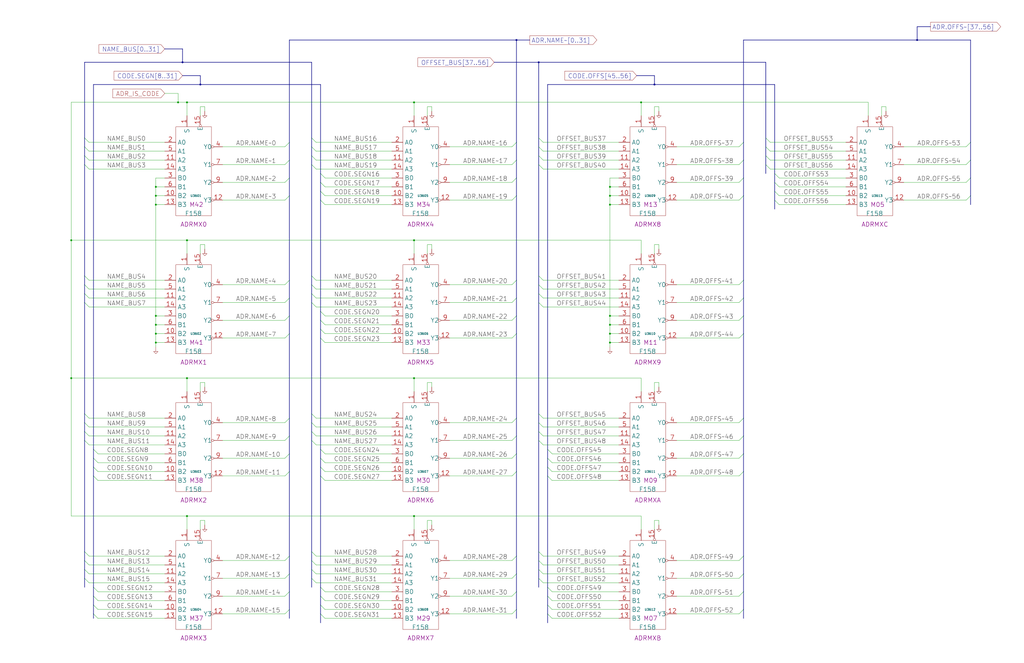
<source format=kicad_sch>
(kicad_sch (version 20250114) (generator "eeschema") (generator_version "9.0")
  (paper "User" 584.2 378.46)
  (title_block (title "MEMORY ADDRESS MUX") (date "22-MAY-90") (rev "1.0") (comment 1 "SEQUENCER") (comment 2 "232-003064") (comment 3 "S400") (comment 4 "RELEASED"))
  (lib_symbols
    (symbol "r1000:F158" (pin_names (offset 1.016))
      (property "Reference" "U" (at 2.54 5.08 0))
      (property "Value" "F158" (at -3.81 -5.08 0))
      (property "Location" "___" (at -1.27 0 0))
      (property "Name" "______" (at 1.27 -12.7 0))
      (symbol "F158_1_1"
        (rectangle (start -8.89 44.45) (end 11.43 -6.35))
        (circle (center 5.08 45.085) (radius 0.635))
        (circle (center 12.065 33.02) (radius 0.635))
        (circle (center 12.065 22.86) (radius 0.635))
        (circle (center 12.065 12.7) (radius 0.635))
        (circle (center 12.065 2.54) (radius 0.635))
        (pin input line (at -15.24 35.56 0) (length 6.35) (name "A0") (number "2"))
        (pin input line (at -15.24 30.48 0) (length 6.35) (name "A1") (number "5"))
        (pin input line (at -15.24 25.4 0) (length 6.35) (name "A2") (number "11"))
        (pin input line (at -15.24 20.32 0) (length 6.35) (name "A3") (number "14"))
        (pin input line (at -15.24 15.24 0) (length 6.35) (name "B0") (number "3"))
        (pin input line (at -15.24 10.16 0) (length 6.35) (name "B1") (number "6"))
        (pin input line (at -15.24 5.08 0) (length 6.35) (name "B2") (number "10"))
        (pin input line (at -15.24 0 0) (length 6.35) (name "B3") (number "13"))
        (pin input line (at -2.54 50.8 270) (length 6.35) (name "S") (number "1"))
        (pin input line (at 5.08 50.8 270) (length 5.08) (name "E") (number "15"))
        (pin output line (at 17.78 33.02 180) (length 5.08) (name "Y0") (number "4"))
        (pin output line (at 17.78 22.86 180) (length 5.08) (name "Y1") (number "7"))
        (pin output line (at 17.78 12.7 180) (length 5.08) (name "Y2") (number "9"))
        (pin output line (at 17.78 2.54 180) (length 5.08) (name "Y3") (number "12"))
      )
    )
    (symbol "r1000:PD" (power) (pin_numbers (hide yes)) (pin_names (hide yes)) (in_bom no)
      (symbol "PD_0_1"
        (polyline (pts (xy 0 -2.54) (xy 1.27 -2.54) (xy 0 -3.81) (xy -1.27 -2.54) (xy 0 -2.54)) (stroke (width 0.1524)))
      )
      (symbol "PD_1_1"
        (pin power_in line (at 0 0 270) (length 2.54) (name "PD") (number "1"))
      )
    )
  )
  (junction (at 106.68 137.16))
  (junction (at 307.34 35.56))
  (junction (at 88.9 180.34))
  (junction (at 88.9 111.76))
  (junction (at 106.68 58.42))
  (junction (at 104.14 35.56))
  (junction (at 114.3 48.26))
  (junction (at 88.9 116.84))
  (junction (at 236.22 294.64))
  (junction (at 347.98 195.58))
  (junction (at 365.76 58.42))
  (junction (at 347.98 190.5))
  (junction (at 88.9 185.42))
  (junction (at 347.98 111.76))
  (junction (at 347.98 116.84))
  (junction (at 88.9 195.58))
  (junction (at 523.24 22.86))
  (junction (at 236.22 215.9))
  (junction (at 347.98 180.34))
  (junction (at 106.68 215.9))
  (junction (at 294.64 22.86))
  (junction (at 236.22 137.16))
  (junction (at 373.38 48.26))
  (junction (at 88.9 190.5))
  (junction (at 347.98 185.42))
  (junction (at 101.6 58.42))
  (junction (at 106.68 294.64))
  (junction (at 347.98 106.68))
  (junction (at 40.64 215.9))
  (junction (at 236.22 58.42))
  (junction (at 88.9 106.68))
  (junction (at 40.64 137.16))
  (bus_entry (at 182.88 193.04) (size 2.54 2.54))
  (bus_entry (at 165.1 111.76) (size -2.54 2.54))
  (bus_entry (at 177.8 314.96) (size 2.54 2.54))
  (bus_entry (at 307.34 167.64) (size 2.54 2.54))
  (bus_entry (at 307.34 236.22) (size 2.54 2.54))
  (bus_entry (at 177.8 83.82) (size 2.54 2.54))
  (bus_entry (at 182.88 99.06) (size 2.54 2.54))
  (bus_entry (at 312.42 261.62) (size 2.54 2.54))
  (bus_entry (at 307.34 78.74) (size 2.54 2.54))
  (bus_entry (at 436.88 78.74) (size 2.54 2.54))
  (bus_entry (at 182.88 266.7) (size 2.54 2.54))
  (bus_entry (at 294.64 248.92) (size -2.54 2.54))
  (bus_entry (at 312.42 256.54) (size 2.54 2.54))
  (bus_entry (at 553.72 81.28) (size -2.54 2.54))
  (bus_entry (at 177.8 251.46) (size 2.54 2.54))
  (bus_entry (at 424.18 170.18) (size -2.54 2.54))
  (bus_entry (at 165.1 248.92) (size -2.54 2.54))
  (bus_entry (at 48.26 162.56) (size 2.54 2.54))
  (bus_entry (at 424.18 259.08) (size -2.54 2.54))
  (bus_entry (at 177.8 320.04) (size 2.54 2.54))
  (bus_entry (at 294.64 238.76) (size -2.54 2.54))
  (bus_entry (at 182.88 335.28) (size 2.54 2.54))
  (bus_entry (at 165.1 81.28) (size -2.54 2.54))
  (bus_entry (at 53.34 261.62) (size 2.54 2.54))
  (bus_entry (at 177.8 325.12) (size 2.54 2.54))
  (bus_entry (at 307.34 320.04) (size 2.54 2.54))
  (bus_entry (at 48.26 93.98) (size 2.54 2.54))
  (bus_entry (at 48.26 167.64) (size 2.54 2.54))
  (bus_entry (at 307.34 330.2) (size 2.54 2.54))
  (bus_entry (at 48.26 236.22) (size 2.54 2.54))
  (bus_entry (at 307.34 314.96) (size 2.54 2.54))
  (bus_entry (at 177.8 93.98) (size 2.54 2.54))
  (bus_entry (at 294.64 101.6) (size -2.54 2.54))
  (bus_entry (at 53.34 266.7) (size 2.54 2.54))
  (bus_entry (at 312.42 271.78) (size 2.54 2.54))
  (bus_entry (at 182.88 187.96) (size 2.54 2.54))
  (bus_entry (at 307.34 162.56) (size 2.54 2.54))
  (bus_entry (at 182.88 340.36) (size 2.54 2.54))
  (bus_entry (at 177.8 157.48) (size 2.54 2.54))
  (bus_entry (at 182.88 271.78) (size 2.54 2.54))
  (bus_entry (at 424.18 317.5) (size -2.54 2.54))
  (bus_entry (at 165.1 337.82) (size -2.54 2.54))
  (bus_entry (at 307.34 83.82) (size 2.54 2.54))
  (bus_entry (at 294.64 91.44) (size -2.54 2.54))
  (bus_entry (at 424.18 91.44) (size -2.54 2.54))
  (bus_entry (at 182.88 114.3) (size 2.54 2.54))
  (bus_entry (at 424.18 248.92) (size -2.54 2.54))
  (bus_entry (at 294.64 337.82) (size -2.54 2.54))
  (bus_entry (at 177.8 246.38) (size 2.54 2.54))
  (bus_entry (at 312.42 266.7) (size 2.54 2.54))
  (bus_entry (at 177.8 78.74) (size 2.54 2.54))
  (bus_entry (at 165.1 347.98) (size -2.54 2.54))
  (bus_entry (at 182.88 104.14) (size 2.54 2.54))
  (bus_entry (at 48.26 83.82) (size 2.54 2.54))
  (bus_entry (at 53.34 271.78) (size 2.54 2.54))
  (bus_entry (at 307.34 325.12) (size 2.54 2.54))
  (bus_entry (at 424.18 180.34) (size -2.54 2.54))
  (bus_entry (at 294.64 259.08) (size -2.54 2.54))
  (bus_entry (at 165.1 269.24) (size -2.54 2.54))
  (bus_entry (at 48.26 241.3) (size 2.54 2.54))
  (bus_entry (at 53.34 350.52) (size 2.54 2.54))
  (bus_entry (at 48.26 320.04) (size 2.54 2.54))
  (bus_entry (at 424.18 347.98) (size -2.54 2.54))
  (bus_entry (at 177.8 172.72) (size 2.54 2.54))
  (bus_entry (at 294.64 317.5) (size -2.54 2.54))
  (bus_entry (at 424.18 111.76) (size -2.54 2.54))
  (bus_entry (at 165.1 190.5) (size -2.54 2.54))
  (bus_entry (at 165.1 238.76) (size -2.54 2.54))
  (bus_entry (at 307.34 88.9) (size 2.54 2.54))
  (bus_entry (at 53.34 335.28) (size 2.54 2.54))
  (bus_entry (at 182.88 256.54) (size 2.54 2.54))
  (bus_entry (at 307.34 157.48) (size 2.54 2.54))
  (bus_entry (at 441.96 104.14) (size 2.54 2.54))
  (bus_entry (at 177.8 88.9) (size 2.54 2.54))
  (bus_entry (at 436.88 88.9) (size 2.54 2.54))
  (bus_entry (at 441.96 99.06) (size 2.54 2.54))
  (bus_entry (at 441.96 114.3) (size 2.54 2.54))
  (bus_entry (at 294.64 190.5) (size -2.54 2.54))
  (bus_entry (at 294.64 160.02) (size -2.54 2.54))
  (bus_entry (at 165.1 160.02) (size -2.54 2.54))
  (bus_entry (at 48.26 325.12) (size 2.54 2.54))
  (bus_entry (at 182.88 345.44) (size 2.54 2.54))
  (bus_entry (at 165.1 101.6) (size -2.54 2.54))
  (bus_entry (at 424.18 190.5) (size -2.54 2.54))
  (bus_entry (at 307.34 251.46) (size 2.54 2.54))
  (bus_entry (at 312.42 335.28) (size 2.54 2.54))
  (bus_entry (at 48.26 251.46) (size 2.54 2.54))
  (bus_entry (at 165.1 91.44) (size -2.54 2.54))
  (bus_entry (at 294.64 170.18) (size -2.54 2.54))
  (bus_entry (at 53.34 256.54) (size 2.54 2.54))
  (bus_entry (at 553.72 91.44) (size -2.54 2.54))
  (bus_entry (at 165.1 180.34) (size -2.54 2.54))
  (bus_entry (at 53.34 340.36) (size 2.54 2.54))
  (bus_entry (at 312.42 345.44) (size 2.54 2.54))
  (bus_entry (at 294.64 327.66) (size -2.54 2.54))
  (bus_entry (at 48.26 172.72) (size 2.54 2.54))
  (bus_entry (at 307.34 246.38) (size 2.54 2.54))
  (bus_entry (at 436.88 83.82) (size 2.54 2.54))
  (bus_entry (at 48.26 88.9) (size 2.54 2.54))
  (bus_entry (at 553.72 111.76) (size -2.54 2.54))
  (bus_entry (at 424.18 238.76) (size -2.54 2.54))
  (bus_entry (at 48.26 78.74) (size 2.54 2.54))
  (bus_entry (at 182.88 350.52) (size 2.54 2.54))
  (bus_entry (at 48.26 314.96) (size 2.54 2.54))
  (bus_entry (at 165.1 317.5) (size -2.54 2.54))
  (bus_entry (at 165.1 327.66) (size -2.54 2.54))
  (bus_entry (at 177.8 167.64) (size 2.54 2.54))
  (bus_entry (at 424.18 269.24) (size -2.54 2.54))
  (bus_entry (at 182.88 261.62) (size 2.54 2.54))
  (bus_entry (at 424.18 101.6) (size -2.54 2.54))
  (bus_entry (at 165.1 259.08) (size -2.54 2.54))
  (bus_entry (at 307.34 241.3) (size 2.54 2.54))
  (bus_entry (at 294.64 81.28) (size -2.54 2.54))
  (bus_entry (at 177.8 236.22) (size 2.54 2.54))
  (bus_entry (at 424.18 160.02) (size -2.54 2.54))
  (bus_entry (at 165.1 170.18) (size -2.54 2.54))
  (bus_entry (at 424.18 81.28) (size -2.54 2.54))
  (bus_entry (at 294.64 347.98) (size -2.54 2.54))
  (bus_entry (at 312.42 350.52) (size 2.54 2.54))
  (bus_entry (at 441.96 109.22) (size 2.54 2.54))
  (bus_entry (at 307.34 172.72) (size 2.54 2.54))
  (bus_entry (at 48.26 246.38) (size 2.54 2.54))
  (bus_entry (at 48.26 157.48) (size 2.54 2.54))
  (bus_entry (at 182.88 109.22) (size 2.54 2.54))
  (bus_entry (at 424.18 327.66) (size -2.54 2.54))
  (bus_entry (at 48.26 330.2) (size 2.54 2.54))
  (bus_entry (at 177.8 162.56) (size 2.54 2.54))
  (bus_entry (at 294.64 111.76) (size -2.54 2.54))
  (bus_entry (at 177.8 330.2) (size 2.54 2.54))
  (bus_entry (at 294.64 180.34) (size -2.54 2.54))
  (bus_entry (at 182.88 177.8) (size 2.54 2.54))
  (bus_entry (at 312.42 340.36) (size 2.54 2.54))
  (bus_entry (at 553.72 101.6) (size -2.54 2.54))
  (bus_entry (at 424.18 337.82) (size -2.54 2.54))
  (bus_entry (at 436.88 93.98) (size 2.54 2.54))
  (bus_entry (at 177.8 241.3) (size 2.54 2.54))
  (bus_entry (at 307.34 93.98) (size 2.54 2.54))
  (bus_entry (at 182.88 182.88) (size 2.54 2.54))
  (bus_entry (at 53.34 345.44) (size 2.54 2.54))
  (bus_entry (at 294.64 269.24) (size -2.54 2.54))
  (wire (pts (xy 256.54 83.82) (xy 292.1 83.82)))
  (wire (pts (xy 495.3 58.42) (xy 495.3 66.04)))
  (wire (pts (xy 347.98 185.42) (xy 353.06 185.42)))
  (wire (pts (xy 185.42 180.34) (xy 223.52 180.34)))
  (wire (pts (xy 243.84 223.52) (xy 243.84 218.44)))
  (wire (pts (xy 236.22 215.9) (xy 236.22 223.52)))
  (wire (pts (xy 347.98 180.34) (xy 353.06 180.34)))
  (wire (pts (xy 439.42 91.44) (xy 482.6 91.44)))
  (wire (pts (xy 185.42 195.58) (xy 223.52 195.58)))
  (wire (pts (xy 55.88 342.9) (xy 93.98 342.9)))
  (bus (pts (xy 48.26 35.56) (xy 48.26 78.74)))
  (bus (pts (xy 177.8 241.3) (xy 177.8 246.38)))
  (wire (pts (xy 88.9 195.58) (xy 93.98 195.58)))
  (wire (pts (xy 365.76 215.9) (xy 365.76 223.52)))
  (wire (pts (xy 365.76 294.64) (xy 365.76 302.26)))
  (bus (pts (xy 165.1 337.82) (xy 165.1 347.98)))
  (wire (pts (xy 50.8 175.26) (xy 93.98 175.26)))
  (wire (pts (xy 256.54 330.2) (xy 292.1 330.2)))
  (bus (pts (xy 436.88 35.56) (xy 436.88 78.74)))
  (bus (pts (xy 312.42 48.26) (xy 312.42 256.54)))
  (bus (pts (xy 165.1 248.92) (xy 165.1 259.08)))
  (bus (pts (xy 424.18 347.98) (xy 424.18 353.06)))
  (wire (pts (xy 347.98 116.84) (xy 347.98 180.34)))
  (wire (pts (xy 180.34 332.74) (xy 223.52 332.74)))
  (wire (pts (xy 185.42 106.68) (xy 223.52 106.68)))
  (wire (pts (xy 386.08 172.72) (xy 421.64 172.72)))
  (bus (pts (xy 312.42 256.54) (xy 312.42 261.62)))
  (wire (pts (xy 88.9 111.76) (xy 93.98 111.76)))
  (wire (pts (xy 180.34 96.52) (xy 223.52 96.52)))
  (wire (pts (xy 236.22 294.64) (xy 365.76 294.64)))
  (wire (pts (xy 386.08 182.88) (xy 421.64 182.88)))
  (wire (pts (xy 314.96 337.82) (xy 353.06 337.82)))
  (bus (pts (xy 424.18 327.66) (xy 424.18 337.82)))
  (wire (pts (xy 386.08 162.56) (xy 421.64 162.56)))
  (wire (pts (xy 347.98 111.76) (xy 347.98 116.84)))
  (wire (pts (xy 88.9 106.68) (xy 93.98 106.68)))
  (bus (pts (xy 177.8 325.12) (xy 177.8 330.2)))
  (wire (pts (xy 243.84 66.04) (xy 243.84 60.96)))
  (bus (pts (xy 294.64 160.02) (xy 294.64 170.18)))
  (wire (pts (xy 236.22 294.64) (xy 236.22 302.26)))
  (wire (pts (xy 185.42 185.42) (xy 223.52 185.42)))
  (wire (pts (xy 256.54 162.56) (xy 292.1 162.56)))
  (bus (pts (xy 553.72 22.86) (xy 553.72 81.28)))
  (wire (pts (xy 127 83.82) (xy 162.56 83.82)))
  (wire (pts (xy 50.8 243.84) (xy 93.98 243.84)))
  (bus (pts (xy 53.34 340.36) (xy 53.34 345.44)))
  (wire (pts (xy 40.64 137.16) (xy 40.64 58.42)))
  (wire (pts (xy 55.88 259.08) (xy 93.98 259.08)))
  (bus (pts (xy 177.8 157.48) (xy 177.8 162.56)))
  (bus (pts (xy 307.34 325.12) (xy 307.34 330.2)))
  (bus (pts (xy 307.34 93.98) (xy 307.34 157.48)))
  (wire (pts (xy 106.68 302.26) (xy 106.68 294.64)))
  (wire (pts (xy 439.42 81.28) (xy 482.6 81.28)))
  (wire (pts (xy 309.88 96.52) (xy 353.06 96.52)))
  (bus (pts (xy 182.88 104.14) (xy 182.88 109.22)))
  (bus (pts (xy 182.88 114.3) (xy 182.88 177.8)))
  (bus (pts (xy 312.42 261.62) (xy 312.42 266.7)))
  (bus (pts (xy 307.34 246.38) (xy 307.34 251.46)))
  (bus (pts (xy 307.34 157.48) (xy 307.34 162.56)))
  (bus (pts (xy 165.1 170.18) (xy 165.1 180.34)))
  (wire (pts (xy 180.34 254) (xy 223.52 254)))
  (wire (pts (xy 88.9 116.84) (xy 93.98 116.84)))
  (wire (pts (xy 386.08 114.3) (xy 421.64 114.3)))
  (wire (pts (xy 309.88 243.84) (xy 353.06 243.84)))
  (wire (pts (xy 180.34 170.18) (xy 223.52 170.18)))
  (bus (pts (xy 104.14 27.94) (xy 104.14 35.56)))
  (wire (pts (xy 88.9 180.34) (xy 88.9 185.42)))
  (wire (pts (xy 309.88 165.1) (xy 353.06 165.1)))
  (wire (pts (xy 256.54 251.46) (xy 292.1 251.46)))
  (bus (pts (xy 441.96 48.26) (xy 441.96 99.06)))
  (bus (pts (xy 177.8 35.56) (xy 177.8 78.74)))
  (wire (pts (xy 50.8 96.52) (xy 93.98 96.52)))
  (wire (pts (xy 185.42 190.5) (xy 223.52 190.5)))
  (wire (pts (xy 373.38 60.96) (xy 375.92 60.96)))
  (wire (pts (xy 386.08 93.98) (xy 421.64 93.98)))
  (bus (pts (xy 53.34 266.7) (xy 53.34 271.78)))
  (wire (pts (xy 309.88 317.5) (xy 353.06 317.5)))
  (bus (pts (xy 307.34 167.64) (xy 307.34 172.72)))
  (wire (pts (xy 185.42 111.76) (xy 223.52 111.76)))
  (wire (pts (xy 127 340.36) (xy 162.56 340.36)))
  (wire (pts (xy 243.84 302.26) (xy 243.84 297.18)))
  (bus (pts (xy 294.64 317.5) (xy 294.64 327.66)))
  (bus (pts (xy 294.64 259.08) (xy 294.64 269.24)))
  (wire (pts (xy 114.3 66.04) (xy 114.3 60.96)))
  (bus (pts (xy 307.34 88.9) (xy 307.34 93.98)))
  (bus (pts (xy 553.72 111.76) (xy 553.72 116.84)))
  (bus (pts (xy 294.64 180.34) (xy 294.64 190.5)))
  (wire (pts (xy 127 104.14) (xy 162.56 104.14)))
  (bus (pts (xy 307.34 83.82) (xy 307.34 88.9)))
  (bus (pts (xy 307.34 251.46) (xy 307.34 314.96)))
  (wire (pts (xy 439.42 96.52) (xy 482.6 96.52)))
  (wire (pts (xy 50.8 322.58) (xy 93.98 322.58)))
  (wire (pts (xy 50.8 170.18) (xy 93.98 170.18)))
  (bus (pts (xy 294.64 327.66) (xy 294.64 337.82)))
  (wire (pts (xy 236.22 137.16) (xy 236.22 144.78)))
  (wire (pts (xy 375.92 297.18) (xy 375.92 299.72)))
  (wire (pts (xy 386.08 83.82) (xy 421.64 83.82)))
  (bus (pts (xy 165.1 347.98) (xy 165.1 353.06)))
  (bus (pts (xy 48.26 251.46) (xy 48.26 314.96)))
  (wire (pts (xy 88.9 185.42) (xy 93.98 185.42)))
  (wire (pts (xy 40.64 215.9) (xy 106.68 215.9)))
  (wire (pts (xy 505.46 60.96) (xy 505.46 63.5)))
  (bus (pts (xy 424.18 81.28) (xy 424.18 91.44)))
  (wire (pts (xy 386.08 193.04) (xy 421.64 193.04)))
  (wire (pts (xy 314.96 347.98) (xy 353.06 347.98)))
  (bus (pts (xy 294.64 170.18) (xy 294.64 180.34)))
  (wire (pts (xy 180.34 322.58) (xy 223.52 322.58)))
  (bus (pts (xy 53.34 350.52) (xy 53.34 353.06)))
  (wire (pts (xy 515.62 93.98) (xy 551.18 93.98)))
  (wire (pts (xy 106.68 137.16) (xy 106.68 144.78)))
  (bus (pts (xy 177.8 83.82) (xy 177.8 88.9)))
  (wire (pts (xy 116.84 218.44) (xy 116.84 220.98)))
  (wire (pts (xy 185.42 269.24) (xy 223.52 269.24)))
  (wire (pts (xy 185.42 347.98) (xy 223.52 347.98)))
  (bus (pts (xy 307.34 314.96) (xy 307.34 320.04)))
  (bus (pts (xy 294.64 238.76) (xy 294.64 248.92)))
  (bus (pts (xy 436.88 88.9) (xy 436.88 93.98)))
  (wire (pts (xy 185.42 342.9) (xy 223.52 342.9)))
  (bus (pts (xy 307.34 241.3) (xy 307.34 246.38)))
  (bus (pts (xy 182.88 109.22) (xy 182.88 114.3)))
  (bus (pts (xy 177.8 251.46) (xy 177.8 314.96)))
  (wire (pts (xy 256.54 261.62) (xy 292.1 261.62)))
  (wire (pts (xy 314.96 353.06) (xy 353.06 353.06)))
  (wire (pts (xy 236.22 58.42) (xy 236.22 66.04)))
  (wire (pts (xy 502.92 60.96) (xy 505.46 60.96)))
  (bus (pts (xy 307.34 35.56) (xy 436.88 35.56)))
  (bus (pts (xy 436.88 78.74) (xy 436.88 83.82)))
  (wire (pts (xy 309.88 248.92) (xy 353.06 248.92)))
  (bus (pts (xy 165.1 238.76) (xy 165.1 248.92)))
  (wire (pts (xy 256.54 241.3) (xy 292.1 241.3)))
  (wire (pts (xy 106.68 137.16) (xy 236.22 137.16)))
  (wire (pts (xy 236.22 58.42) (xy 365.76 58.42)))
  (wire (pts (xy 386.08 350.52) (xy 421.64 350.52)))
  (bus (pts (xy 441.96 99.06) (xy 441.96 104.14)))
  (wire (pts (xy 106.68 215.9) (xy 236.22 215.9)))
  (wire (pts (xy 185.42 353.06) (xy 223.52 353.06)))
  (bus (pts (xy 177.8 330.2) (xy 177.8 335.28)))
  (bus (pts (xy 424.18 180.34) (xy 424.18 190.5)))
  (bus (pts (xy 441.96 104.14) (xy 441.96 109.22)))
  (bus (pts (xy 165.1 91.44) (xy 165.1 101.6)))
  (wire (pts (xy 185.42 101.6) (xy 223.52 101.6)))
  (wire (pts (xy 347.98 190.5) (xy 347.98 195.58)))
  (wire (pts (xy 55.88 353.06) (xy 93.98 353.06)))
  (bus (pts (xy 307.34 35.56) (xy 307.34 78.74)))
  (wire (pts (xy 365.76 58.42) (xy 495.3 58.42)))
  (wire (pts (xy 127 172.72) (xy 162.56 172.72)))
  (bus (pts (xy 373.38 48.26) (xy 441.96 48.26)))
  (bus (pts (xy 182.88 177.8) (xy 182.88 182.88)))
  (bus (pts (xy 312.42 271.78) (xy 312.42 335.28)))
  (bus (pts (xy 177.8 78.74) (xy 177.8 83.82)))
  (bus (pts (xy 177.8 246.38) (xy 177.8 251.46)))
  (wire (pts (xy 373.38 139.7) (xy 375.92 139.7)))
  (bus (pts (xy 424.18 101.6) (xy 424.18 111.76)))
  (bus (pts (xy 165.1 160.02) (xy 165.1 170.18)))
  (wire (pts (xy 347.98 195.58) (xy 353.06 195.58)))
  (bus (pts (xy 114.3 48.26) (xy 182.88 48.26)))
  (bus (pts (xy 177.8 162.56) (xy 177.8 167.64)))
  (bus (pts (xy 294.64 111.76) (xy 294.64 160.02)))
  (bus (pts (xy 424.18 111.76) (xy 424.18 160.02)))
  (bus (pts (xy 177.8 236.22) (xy 177.8 241.3)))
  (wire (pts (xy 386.08 104.14) (xy 421.64 104.14)))
  (bus (pts (xy 424.18 170.18) (xy 424.18 180.34)))
  (wire (pts (xy 88.9 116.84) (xy 88.9 180.34)))
  (wire (pts (xy 375.92 218.44) (xy 375.92 220.98)))
  (wire (pts (xy 93.98 53.34) (xy 101.6 53.34)))
  (wire (pts (xy 314.96 269.24) (xy 353.06 269.24)))
  (bus (pts (xy 48.26 330.2) (xy 48.26 335.28)))
  (wire (pts (xy 386.08 251.46) (xy 421.64 251.46)))
  (wire (pts (xy 88.9 111.76) (xy 88.9 116.84)))
  (wire (pts (xy 347.98 195.58) (xy 347.98 198.12)))
  (bus (pts (xy 436.88 93.98) (xy 436.88 99.06)))
  (bus (pts (xy 294.64 81.28) (xy 294.64 91.44)))
  (bus (pts (xy 53.34 335.28) (xy 53.34 340.36)))
  (wire (pts (xy 127 330.2) (xy 162.56 330.2)))
  (bus (pts (xy 182.88 335.28) (xy 182.88 340.36)))
  (wire (pts (xy 256.54 350.52) (xy 292.1 350.52)))
  (bus (pts (xy 294.64 190.5) (xy 294.64 238.76)))
  (bus (pts (xy 312.42 335.28) (xy 312.42 340.36)))
  (bus (pts (xy 48.26 162.56) (xy 48.26 167.64)))
  (wire (pts (xy 40.64 137.16) (xy 106.68 137.16)))
  (bus (pts (xy 182.88 261.62) (xy 182.88 266.7)))
  (bus (pts (xy 53.34 271.78) (xy 53.34 335.28)))
  (bus (pts (xy 312.42 350.52) (xy 312.42 355.6)))
  (wire (pts (xy 347.98 111.76) (xy 353.06 111.76)))
  (wire (pts (xy 515.62 104.14) (xy 551.18 104.14)))
  (bus (pts (xy 48.26 246.38) (xy 48.26 251.46)))
  (bus (pts (xy 307.34 162.56) (xy 307.34 167.64)))
  (wire (pts (xy 106.68 215.9) (xy 106.68 223.52)))
  (wire (pts (xy 88.9 185.42) (xy 88.9 190.5)))
  (wire (pts (xy 386.08 330.2) (xy 421.64 330.2)))
  (wire (pts (xy 88.9 180.34) (xy 93.98 180.34)))
  (bus (pts (xy 165.1 269.24) (xy 165.1 317.5)))
  (wire (pts (xy 114.3 139.7) (xy 116.84 139.7)))
  (wire (pts (xy 309.88 81.28) (xy 353.06 81.28)))
  (wire (pts (xy 50.8 254) (xy 93.98 254)))
  (bus (pts (xy 48.26 157.48) (xy 48.26 162.56)))
  (bus (pts (xy 53.34 256.54) (xy 53.34 261.62)))
  (wire (pts (xy 114.3 144.78) (xy 114.3 139.7)))
  (wire (pts (xy 256.54 193.04) (xy 292.1 193.04)))
  (bus (pts (xy 530.86 15.24) (xy 523.24 15.24)))
  (bus (pts (xy 307.34 172.72) (xy 307.34 236.22)))
  (wire (pts (xy 347.98 190.5) (xy 353.06 190.5)))
  (bus (pts (xy 177.8 320.04) (xy 177.8 325.12)))
  (wire (pts (xy 50.8 91.44) (xy 93.98 91.44)))
  (wire (pts (xy 256.54 340.36) (xy 292.1 340.36)))
  (bus (pts (xy 307.34 236.22) (xy 307.34 241.3)))
  (wire (pts (xy 180.34 160.02) (xy 223.52 160.02)))
  (wire (pts (xy 185.42 264.16) (xy 223.52 264.16)))
  (wire (pts (xy 50.8 248.92) (xy 93.98 248.92)))
  (bus (pts (xy 424.18 160.02) (xy 424.18 170.18)))
  (bus (pts (xy 48.26 93.98) (xy 48.26 157.48)))
  (wire (pts (xy 55.88 337.82) (xy 93.98 337.82)))
  (wire (pts (xy 373.38 223.52) (xy 373.38 218.44)))
  (wire (pts (xy 386.08 261.62) (xy 421.64 261.62)))
  (wire (pts (xy 127 350.52) (xy 162.56 350.52)))
  (wire (pts (xy 114.3 223.52) (xy 114.3 218.44)))
  (wire (pts (xy 373.38 297.18) (xy 375.92 297.18)))
  (wire (pts (xy 127 182.88) (xy 162.56 182.88)))
  (bus (pts (xy 294.64 248.92) (xy 294.64 259.08)))
  (bus (pts (xy 182.88 99.06) (xy 182.88 104.14)))
  (wire (pts (xy 116.84 297.18) (xy 116.84 299.72)))
  (wire (pts (xy 180.34 238.76) (xy 223.52 238.76)))
  (wire (pts (xy 40.64 58.42) (xy 101.6 58.42)))
  (wire (pts (xy 256.54 271.78) (xy 292.1 271.78)))
  (wire (pts (xy 309.88 160.02) (xy 353.06 160.02)))
  (bus (pts (xy 307.34 320.04) (xy 307.34 325.12)))
  (bus (pts (xy 165.1 111.76) (xy 165.1 160.02)))
  (bus (pts (xy 165.1 190.5) (xy 165.1 238.76)))
  (wire (pts (xy 309.88 170.18) (xy 353.06 170.18)))
  (bus (pts (xy 312.42 345.44) (xy 312.42 350.52)))
  (wire (pts (xy 106.68 58.42) (xy 236.22 58.42)))
  (bus (pts (xy 294.64 269.24) (xy 294.64 317.5)))
  (wire (pts (xy 243.84 60.96) (xy 246.38 60.96)))
  (bus (pts (xy 53.34 345.44) (xy 53.34 350.52)))
  (wire (pts (xy 50.8 165.1) (xy 93.98 165.1)))
  (wire (pts (xy 256.54 182.88) (xy 292.1 182.88)))
  (bus (pts (xy 177.8 172.72) (xy 177.8 236.22)))
  (bus (pts (xy 177.8 93.98) (xy 177.8 157.48)))
  (bus (pts (xy 294.64 22.86) (xy 165.1 22.86)))
  (wire (pts (xy 106.68 294.64) (xy 40.64 294.64)))
  (bus (pts (xy 48.26 78.74) (xy 48.26 83.82)))
  (bus (pts (xy 48.26 172.72) (xy 48.26 236.22)))
  (bus (pts (xy 294.64 22.86) (xy 302.26 22.86)))
  (bus (pts (xy 424.18 317.5) (xy 424.18 327.66)))
  (wire (pts (xy 185.42 259.08) (xy 223.52 259.08)))
  (wire (pts (xy 309.88 254) (xy 353.06 254)))
  (wire (pts (xy 386.08 320.04) (xy 421.64 320.04)))
  (wire (pts (xy 55.88 269.24) (xy 93.98 269.24)))
  (wire (pts (xy 180.34 91.44) (xy 223.52 91.44)))
  (wire (pts (xy 114.3 60.96) (xy 116.84 60.96)))
  (wire (pts (xy 127 241.3) (xy 162.56 241.3)))
  (wire (pts (xy 375.92 60.96) (xy 375.92 63.5)))
  (bus (pts (xy 165.1 180.34) (xy 165.1 190.5)))
  (bus (pts (xy 48.26 167.64) (xy 48.26 172.72)))
  (wire (pts (xy 50.8 327.66) (xy 93.98 327.66)))
  (wire (pts (xy 180.34 81.28) (xy 223.52 81.28)))
  (wire (pts (xy 314.96 264.16) (xy 353.06 264.16)))
  (wire (pts (xy 236.22 215.9) (xy 365.76 215.9)))
  (wire (pts (xy 88.9 101.6) (xy 88.9 106.68)))
  (wire (pts (xy 106.68 294.64) (xy 236.22 294.64)))
  (bus (pts (xy 307.34 78.74) (xy 307.34 83.82)))
  (wire (pts (xy 515.62 114.3) (xy 551.18 114.3)))
  (wire (pts (xy 373.38 302.26) (xy 373.38 297.18)))
  (wire (pts (xy 246.38 297.18) (xy 246.38 299.72)))
  (wire (pts (xy 88.9 106.68) (xy 88.9 111.76)))
  (bus (pts (xy 424.18 269.24) (xy 424.18 317.5)))
  (wire (pts (xy 106.68 58.42) (xy 106.68 66.04)))
  (wire (pts (xy 180.34 86.36) (xy 223.52 86.36)))
  (bus (pts (xy 312.42 48.26) (xy 373.38 48.26)))
  (bus (pts (xy 363.22 43.18) (xy 373.38 43.18)))
  (wire (pts (xy 116.84 60.96) (xy 116.84 63.5)))
  (wire (pts (xy 444.5 116.84) (xy 482.6 116.84)))
  (bus (pts (xy 104.14 35.56) (xy 177.8 35.56)))
  (wire (pts (xy 243.84 218.44) (xy 246.38 218.44)))
  (wire (pts (xy 180.34 248.92) (xy 223.52 248.92)))
  (wire (pts (xy 185.42 337.82) (xy 223.52 337.82)))
  (bus (pts (xy 436.88 83.82) (xy 436.88 88.9)))
  (wire (pts (xy 314.96 274.32) (xy 353.06 274.32)))
  (wire (pts (xy 309.88 322.58) (xy 353.06 322.58)))
  (wire (pts (xy 127 93.98) (xy 162.56 93.98)))
  (wire (pts (xy 88.9 195.58) (xy 88.9 198.12)))
  (wire (pts (xy 256.54 114.3) (xy 292.1 114.3)))
  (bus (pts (xy 182.88 340.36) (xy 182.88 345.44)))
  (bus (pts (xy 104.14 43.18) (xy 114.3 43.18)))
  (bus (pts (xy 523.24 22.86) (xy 553.72 22.86)))
  (bus (pts (xy 294.64 101.6) (xy 294.64 111.76)))
  (wire (pts (xy 347.98 116.84) (xy 353.06 116.84)))
  (wire (pts (xy 50.8 317.5) (xy 93.98 317.5)))
  (bus (pts (xy 424.18 248.92) (xy 424.18 259.08)))
  (wire (pts (xy 55.88 347.98) (xy 93.98 347.98)))
  (bus (pts (xy 48.26 35.56) (xy 104.14 35.56)))
  (bus (pts (xy 53.34 48.26) (xy 114.3 48.26)))
  (wire (pts (xy 439.42 86.36) (xy 482.6 86.36)))
  (wire (pts (xy 502.92 66.04) (xy 502.92 60.96)))
  (wire (pts (xy 373.38 218.44) (xy 375.92 218.44)))
  (wire (pts (xy 515.62 83.82) (xy 551.18 83.82)))
  (bus (pts (xy 312.42 340.36) (xy 312.42 345.44)))
  (bus (pts (xy 424.18 190.5) (xy 424.18 238.76)))
  (wire (pts (xy 40.64 215.9) (xy 40.64 137.16)))
  (bus (pts (xy 553.72 101.6) (xy 553.72 111.76)))
  (wire (pts (xy 180.34 243.84) (xy 223.52 243.84)))
  (wire (pts (xy 114.3 302.26) (xy 114.3 297.18)))
  (bus (pts (xy 165.1 259.08) (xy 165.1 269.24)))
  (wire (pts (xy 347.98 185.42) (xy 347.98 190.5)))
  (wire (pts (xy 386.08 340.36) (xy 421.64 340.36)))
  (bus (pts (xy 182.88 350.52) (xy 182.88 355.6)))
  (wire (pts (xy 50.8 238.76) (xy 93.98 238.76)))
  (wire (pts (xy 180.34 327.66) (xy 223.52 327.66)))
  (wire (pts (xy 101.6 58.42) (xy 106.68 58.42)))
  (bus (pts (xy 182.88 345.44) (xy 182.88 350.52)))
  (bus (pts (xy 294.64 91.44) (xy 294.64 101.6)))
  (wire (pts (xy 444.5 106.68) (xy 482.6 106.68)))
  (wire (pts (xy 88.9 190.5) (xy 88.9 195.58)))
  (wire (pts (xy 180.34 175.26) (xy 223.52 175.26)))
  (wire (pts (xy 40.64 294.64) (xy 40.64 215.9)))
  (bus (pts (xy 48.26 83.82) (xy 48.26 88.9)))
  (wire (pts (xy 114.3 218.44) (xy 116.84 218.44)))
  (bus (pts (xy 48.26 314.96) (xy 48.26 320.04)))
  (bus (pts (xy 182.88 256.54) (xy 182.88 261.62)))
  (bus (pts (xy 165.1 317.5) (xy 165.1 327.66)))
  (wire (pts (xy 243.84 297.18) (xy 246.38 297.18)))
  (bus (pts (xy 53.34 48.26) (xy 53.34 256.54)))
  (wire (pts (xy 314.96 342.9) (xy 353.06 342.9)))
  (wire (pts (xy 365.76 58.42) (xy 365.76 66.04)))
  (bus (pts (xy 441.96 109.22) (xy 441.96 114.3)))
  (wire (pts (xy 347.98 101.6) (xy 347.98 106.68)))
  (wire (pts (xy 185.42 116.84) (xy 223.52 116.84)))
  (wire (pts (xy 246.38 139.7) (xy 246.38 142.24)))
  (bus (pts (xy 177.8 314.96) (xy 177.8 320.04)))
  (bus (pts (xy 182.88 182.88) (xy 182.88 187.96)))
  (wire (pts (xy 50.8 81.28) (xy 93.98 81.28)))
  (bus (pts (xy 165.1 22.86) (xy 165.1 81.28)))
  (wire (pts (xy 246.38 218.44) (xy 246.38 220.98)))
  (bus (pts (xy 48.26 88.9) (xy 48.26 93.98)))
  (wire (pts (xy 243.84 139.7) (xy 246.38 139.7)))
  (wire (pts (xy 309.88 91.44) (xy 353.06 91.44)))
  (wire (pts (xy 373.38 66.04) (xy 373.38 60.96)))
  (wire (pts (xy 444.5 111.76) (xy 482.6 111.76)))
  (bus (pts (xy 424.18 91.44) (xy 424.18 101.6)))
  (wire (pts (xy 116.84 139.7) (xy 116.84 142.24)))
  (wire (pts (xy 243.84 144.78) (xy 243.84 139.7)))
  (wire (pts (xy 127 193.04) (xy 162.56 193.04)))
  (bus (pts (xy 48.26 241.3) (xy 48.26 246.38)))
  (wire (pts (xy 50.8 160.02) (xy 93.98 160.02)))
  (bus (pts (xy 424.18 337.82) (xy 424.18 347.98)))
  (wire (pts (xy 309.88 86.36) (xy 353.06 86.36)))
  (wire (pts (xy 309.88 327.66) (xy 353.06 327.66)))
  (wire (pts (xy 256.54 172.72) (xy 292.1 172.72)))
  (bus (pts (xy 114.3 43.18) (xy 114.3 48.26)))
  (wire (pts (xy 127 251.46) (xy 162.56 251.46)))
  (wire (pts (xy 444.5 101.6) (xy 482.6 101.6)))
  (bus (pts (xy 281.94 35.56) (xy 307.34 35.56)))
  (bus (pts (xy 48.26 236.22) (xy 48.26 241.3)))
  (wire (pts (xy 309.88 175.26) (xy 353.06 175.26)))
  (wire (pts (xy 50.8 332.74) (xy 93.98 332.74)))
  (bus (pts (xy 373.38 43.18) (xy 373.38 48.26)))
  (wire (pts (xy 55.88 264.16) (xy 93.98 264.16)))
  (wire (pts (xy 309.88 332.74) (xy 353.06 332.74)))
  (bus (pts (xy 48.26 320.04) (xy 48.26 325.12)))
  (wire (pts (xy 127 261.62) (xy 162.56 261.62)))
  (wire (pts (xy 127 320.04) (xy 162.56 320.04)))
  (wire (pts (xy 386.08 241.3) (xy 421.64 241.3)))
  (bus (pts (xy 294.64 347.98) (xy 294.64 353.06)))
  (bus (pts (xy 441.96 114.3) (xy 441.96 119.38)))
  (bus (pts (xy 553.72 91.44) (xy 553.72 101.6)))
  (bus (pts (xy 177.8 88.9) (xy 177.8 93.98)))
  (wire (pts (xy 375.92 139.7) (xy 375.92 142.24)))
  (bus (pts (xy 312.42 266.7) (xy 312.42 271.78)))
  (bus (pts (xy 177.8 167.64) (xy 177.8 172.72)))
  (wire (pts (xy 386.08 271.78) (xy 421.64 271.78)))
  (bus (pts (xy 165.1 81.28) (xy 165.1 91.44)))
  (bus (pts (xy 424.18 259.08) (xy 424.18 269.24)))
  (bus (pts (xy 182.88 193.04) (xy 182.88 256.54)))
  (wire (pts (xy 180.34 165.1) (xy 223.52 165.1)))
  (bus (pts (xy 182.88 271.78) (xy 182.88 335.28)))
  (wire (pts (xy 236.22 137.16) (xy 365.76 137.16)))
  (bus (pts (xy 424.18 22.86) (xy 523.24 22.86)))
  (wire (pts (xy 127 114.3) (xy 162.56 114.3)))
  (wire (pts (xy 185.42 274.32) (xy 223.52 274.32)))
  (bus (pts (xy 523.24 15.24) (xy 523.24 22.86)))
  (bus (pts (xy 182.88 187.96) (xy 182.88 193.04)))
  (wire (pts (xy 101.6 53.34) (xy 101.6 58.42)))
  (wire (pts (xy 127 162.56) (xy 162.56 162.56)))
  (bus (pts (xy 165.1 101.6) (xy 165.1 111.76)))
  (wire (pts (xy 347.98 106.68) (xy 353.06 106.68)))
  (wire (pts (xy 256.54 104.14) (xy 292.1 104.14)))
  (wire (pts (xy 180.34 317.5) (xy 223.52 317.5)))
  (bus (pts (xy 182.88 48.26) (xy 182.88 99.06)))
  (wire (pts (xy 55.88 274.32) (xy 93.98 274.32)))
  (bus (pts (xy 294.64 22.86) (xy 294.64 81.28)))
  (wire (pts (xy 88.9 190.5) (xy 93.98 190.5)))
  (bus (pts (xy 553.72 81.28) (xy 553.72 91.44)))
  (bus (pts (xy 93.98 27.94) (xy 104.14 27.94)))
  (bus (pts (xy 48.26 325.12) (xy 48.26 330.2)))
  (wire (pts (xy 373.38 144.78) (xy 373.38 139.7)))
  (wire (pts (xy 93.98 101.6) (xy 88.9 101.6)))
  (wire (pts (xy 314.96 259.08) (xy 353.06 259.08)))
  (wire (pts (xy 347.98 106.68) (xy 347.98 111.76)))
  (bus (pts (xy 307.34 330.2) (xy 307.34 335.28)))
  (bus (pts (xy 424.18 238.76) (xy 424.18 248.92)))
  (bus (pts (xy 182.88 266.7) (xy 182.88 271.78)))
  (wire (pts (xy 365.76 137.16) (xy 365.76 144.78)))
  (wire (pts (xy 309.88 238.76) (xy 353.06 238.76)))
  (wire (pts (xy 256.54 320.04) (xy 292.1 320.04)))
  (wire (pts (xy 246.38 60.96) (xy 246.38 63.5)))
  (wire (pts (xy 353.06 101.6) (xy 347.98 101.6)))
  (wire (pts (xy 50.8 86.36) (xy 93.98 86.36)))
  (wire (pts (xy 127 271.78) (xy 162.56 271.78)))
  (bus (pts (xy 294.64 337.82) (xy 294.64 347.98)))
  (wire (pts (xy 114.3 297.18) (xy 116.84 297.18)))
  (bus (pts (xy 424.18 22.86) (xy 424.18 81.28)))
  (bus (pts (xy 53.34 261.62) (xy 53.34 266.7)))
  (wire (pts (xy 347.98 180.34) (xy 347.98 185.42)))
  (bus (pts (xy 165.1 327.66) (xy 165.1 337.82)))
  (wire (pts (xy 256.54 93.98) (xy 292.1 93.98)))
  (label "CODE.SEGN8" (at 60.96 259.08 0) (effects (font (size 2.54 2.54))))
  (label "NAME_BUS14" (at 60.96 327.66 0) (effects (font (size 2.54 2.54))))
  (label "ADR.NAME~30" (at 264.16 340.36 0) (effects (font (size 2.54 2.54))))
  (label "ADR.NAME~4" (at 134.62 162.56 0) (effects (font (size 2.54 2.54))))
  (label "CODE.SEGN21" (at 190.5 185.42 0) (effects (font (size 2.54 2.54))))
  (label "ADR.NAME~5" (at 134.62 172.72 0) (effects (font (size 2.54 2.54))))
  (label "CODE.SEGN18" (at 190.5 111.76 0) (effects (font (size 2.54 2.54))))
  (label "ADR.NAME~29" (at 264.16 330.2 0) (effects (font (size 2.54 2.54))))
  (label "NAME_BUS11" (at 60.96 254 0) (effects (font (size 2.54 2.54))))
  (label "ADR.OFFS~56" (at 523.24 114.3 0) (effects (font (size 2.54 2.54))))
  (label "NAME_BUS9" (at 60.96 243.84 0) (effects (font (size 2.54 2.54))))
  (label "ADR.OFFS~55" (at 523.24 104.14 0) (effects (font (size 2.54 2.54))))
  (label "ADR.NAME~26" (at 264.16 261.62 0) (effects (font (size 2.54 2.54))))
  (label "ADR.OFFS~42" (at 393.7 172.72 0) (effects (font (size 2.54 2.54))))
  (label "CODE.SEGN16" (at 190.5 101.6 0) (effects (font (size 2.54 2.54))))
  (label "CODE.SEGN19" (at 190.5 116.84 0) (effects (font (size 2.54 2.54))))
  (label "CODE.SEGN15" (at 60.96 353.06 0) (effects (font (size 2.54 2.54))))
  (label "NAME_BUS26" (at 190.5 248.92 0) (effects (font (size 2.54 2.54))))
  (label "ADR.NAME~10" (at 134.62 261.62 0) (effects (font (size 2.54 2.54))))
  (label "CODE.OFFS48" (at 317.5 274.32 0) (effects (font (size 2.54 2.54))))
  (label "ADR.NAME~6" (at 134.62 182.88 0) (effects (font (size 2.54 2.54))))
  (label "NAME_BUS7" (at 60.96 175.26 0) (effects (font (size 2.54 2.54))))
  (label "ADR.NAME~11" (at 134.62 271.78 0) (effects (font (size 2.54 2.54))))
  (label "NAME_BUS16" (at 190.5 81.28 0) (effects (font (size 2.54 2.54))))
  (label "ADR.NAME~3" (at 134.62 114.3 0) (effects (font (size 2.54 2.54))))
  (label "CODE.SEGN12" (at 60.96 337.82 0) (effects (font (size 2.54 2.54))))
  (label "ADR.NAME~23" (at 264.16 193.04 0) (effects (font (size 2.54 2.54))))
  (label "CODE.SEGN14" (at 60.96 347.98 0) (effects (font (size 2.54 2.54))))
  (label "NAME_BUS31" (at 190.5 332.74 0) (effects (font (size 2.54 2.54))))
  (label "NAME_BUS12" (at 60.96 317.5 0) (effects (font (size 2.54 2.54))))
  (label "NAME_BUS8" (at 60.96 238.76 0) (effects (font (size 2.54 2.54))))
  (label "CODE.SEGN17" (at 190.5 106.68 0) (effects (font (size 2.54 2.54))))
  (label "NAME_BUS5" (at 60.96 165.1 0) (effects (font (size 2.54 2.54))))
  (label "ADR.NAME~13" (at 134.62 330.2 0) (effects (font (size 2.54 2.54))))
  (label "CODE.SEGN26" (at 190.5 269.24 0) (effects (font (size 2.54 2.54))))
  (label "NAME_BUS15" (at 60.96 332.74 0) (effects (font (size 2.54 2.54))))
  (label "CODE.OFFS56" (at 447.04 116.84 0) (effects (font (size 2.54 2.54))))
  (label "CODE.OFFS53" (at 447.04 101.6 0) (effects (font (size 2.54 2.54))))
  (label "ADR.NAME~9" (at 134.62 251.46 0) (effects (font (size 2.54 2.54))))
  (label "ADR.NAME~2" (at 134.62 104.14 0) (effects (font (size 2.54 2.54))))
  (label "ADR.OFFS~51" (at 393.7 340.36 0) (effects (font (size 2.54 2.54))))
  (label "ADR.OFFS~46" (at 393.7 251.46 0) (effects (font (size 2.54 2.54))))
  (label "OFFSET_BUS38" (at 317.5 86.36 0) (effects (font (size 2.54 2.54))))
  (label "CODE.SEGN20" (at 190.5 180.34 0) (effects (font (size 2.54 2.54))))
  (label "ADR.NAME~0" (at 134.62 83.82 0) (effects (font (size 2.54 2.54))))
  (label "ADR.OFFS~41" (at 393.7 162.56 0) (effects (font (size 2.54 2.54))))
  (label "ADR.OFFS~43" (at 393.7 182.88 0) (effects (font (size 2.54 2.54))))
  (label "NAME_BUS0" (at 60.96 81.28 0) (effects (font (size 2.54 2.54))))
  (label "ADR.OFFS~45" (at 393.7 241.3 0) (effects (font (size 2.54 2.54))))
  (label "CODE.SEGN13" (at 60.96 342.9 0) (effects (font (size 2.54 2.54))))
  (label "OFFSET_BUS49" (at 317.5 317.5 0) (effects (font (size 2.54 2.54))))
  (label "NAME_BUS25" (at 190.5 243.84 0) (effects (font (size 2.54 2.54))))
  (label "OFFSET_BUS53" (at 447.04 81.28 0) (effects (font (size 2.54 2.54))))
  (label "CODE.SEGN9" (at 60.96 264.16 0) (effects (font (size 2.54 2.54))))
  (label "ADR.NAME~14" (at 134.62 340.36 0) (effects (font (size 2.54 2.54))))
  (label "OFFSET_BUS37" (at 317.5 81.28 0) (effects (font (size 2.54 2.54))))
  (label "ADR.OFFS~47" (at 393.7 261.62 0) (effects (font (size 2.54 2.54))))
  (label "OFFSET_BUS52" (at 317.5 332.74 0) (effects (font (size 2.54 2.54))))
  (label "CODE.SEGN23" (at 190.5 195.58 0) (effects (font (size 2.54 2.54))))
  (label "CODE.OFFS51" (at 317.5 347.98 0) (effects (font (size 2.54 2.54))))
  (label "ADR.OFFS~54" (at 523.24 93.98 0) (effects (font (size 2.54 2.54))))
  (label "CODE.OFFS54" (at 447.04 106.68 0) (effects (font (size 2.54 2.54))))
  (label "ADR.NAME~22" (at 264.16 182.88 0) (effects (font (size 2.54 2.54))))
  (label "OFFSET_BUS51" (at 317.5 327.66 0) (effects (font (size 2.54 2.54))))
  (label "ADR.NAME~19" (at 264.16 114.3 0) (effects (font (size 2.54 2.54))))
  (label "OFFSET_BUS45" (at 317.5 238.76 0) (effects (font (size 2.54 2.54))))
  (label "OFFSET_BUS43" (at 317.5 170.18 0) (effects (font (size 2.54 2.54))))
  (label "ADR.NAME~16" (at 264.16 83.82 0) (effects (font (size 2.54 2.54))))
  (label "OFFSET_BUS48" (at 317.5 254 0) (effects (font (size 2.54 2.54))))
  (label "NAME_BUS19" (at 190.5 96.52 0) (effects (font (size 2.54 2.54))))
  (label "NAME_BUS4" (at 60.96 160.02 0) (effects (font (size 2.54 2.54))))
  (label "NAME_BUS23" (at 190.5 175.26 0) (effects (font (size 2.54 2.54))))
  (label "NAME_BUS1" (at 60.96 86.36 0) (effects (font (size 2.54 2.54))))
  (label "OFFSET_BUS56" (at 447.04 96.52 0) (effects (font (size 2.54 2.54))))
  (label "OFFSET_BUS50" (at 317.5 322.58 0) (effects (font (size 2.54 2.54))))
  (label "ADR.NAME~27" (at 264.16 271.78 0) (effects (font (size 2.54 2.54))))
  (label "NAME_BUS2" (at 60.96 91.44 0) (effects (font (size 2.54 2.54))))
  (label "ADR.NAME~8" (at 134.62 241.3 0) (effects (font (size 2.54 2.54))))
  (label "CODE.OFFS52" (at 317.5 353.06 0) (effects (font (size 2.54 2.54))))
  (label "ADR.OFFS~44" (at 393.7 193.04 0) (effects (font (size 2.54 2.54))))
  (label "NAME_BUS30" (at 190.5 327.66 0) (effects (font (size 2.54 2.54))))
  (label "ADR.NAME~17" (at 264.16 93.98 0) (effects (font (size 2.54 2.54))))
  (label "ADR.OFFS~53" (at 523.24 83.82 0) (effects (font (size 2.54 2.54))))
  (label "NAME_BUS10" (at 60.96 248.92 0) (effects (font (size 2.54 2.54))))
  (label "ADR.NAME~21" (at 264.16 172.72 0) (effects (font (size 2.54 2.54))))
  (label "NAME_BUS29" (at 190.5 322.58 0) (effects (font (size 2.54 2.54))))
  (label "CODE.OFFS45" (at 317.5 259.08 0) (effects (font (size 2.54 2.54))))
  (label "CODE.SEGN31" (at 190.5 353.06 0) (effects (font (size 2.54 2.54))))
  (label "CODE.OFFS50" (at 317.5 342.9 0) (effects (font (size 2.54 2.54))))
  (label "CODE.SEGN27" (at 190.5 274.32 0) (effects (font (size 2.54 2.54))))
  (label "NAME_BUS27" (at 190.5 254 0) (effects (font (size 2.54 2.54))))
  (label "CODE.SEGN11" (at 60.96 274.32 0) (effects (font (size 2.54 2.54))))
  (label "OFFSET_BUS44" (at 317.5 175.26 0) (effects (font (size 2.54 2.54))))
  (label "NAME_BUS24" (at 190.5 238.76 0) (effects (font (size 2.54 2.54))))
  (label "ADR.NAME~28" (at 264.16 320.04 0) (effects (font (size 2.54 2.54))))
  (label "CODE.SEGN24" (at 190.5 259.08 0) (effects (font (size 2.54 2.54))))
  (label "NAME_BUS20" (at 190.5 160.02 0) (effects (font (size 2.54 2.54))))
  (label "CODE.SEGN28" (at 190.5 337.82 0) (effects (font (size 2.54 2.54))))
  (label "CODE.SEGN25" (at 190.5 264.16 0) (effects (font (size 2.54 2.54))))
  (label "ADR.OFFS~39" (at 393.7 104.14 0) (effects (font (size 2.54 2.54))))
  (label "OFFSET_BUS42" (at 317.5 165.1 0) (effects (font (size 2.54 2.54))))
  (label "ADR.OFFS~38" (at 393.7 93.98 0) (effects (font (size 2.54 2.54))))
  (label "NAME_BUS28" (at 190.5 317.5 0) (effects (font (size 2.54 2.54))))
  (label "ADR.NAME~25" (at 264.16 251.46 0) (effects (font (size 2.54 2.54))))
  (label "ADR.NAME~12" (at 134.62 320.04 0) (effects (font (size 2.54 2.54))))
  (label "ADR.OFFS~49" (at 393.7 320.04 0) (effects (font (size 2.54 2.54))))
  (label "NAME_BUS18" (at 190.5 91.44 0) (effects (font (size 2.54 2.54))))
  (label "CODE.SEGN10" (at 60.96 269.24 0) (effects (font (size 2.54 2.54))))
  (label "NAME_BUS3" (at 60.96 96.52 0) (effects (font (size 2.54 2.54))))
  (label "OFFSET_BUS47" (at 317.5 248.92 0) (effects (font (size 2.54 2.54))))
  (label "NAME_BUS21" (at 190.5 165.1 0) (effects (font (size 2.54 2.54))))
  (label "ADR.NAME~31" (at 264.16 350.52 0) (effects (font (size 2.54 2.54))))
  (label "NAME_BUS22" (at 190.5 170.18 0) (effects (font (size 2.54 2.54))))
  (label "CODE.OFFS55" (at 447.04 111.76 0) (effects (font (size 2.54 2.54))))
  (label "ADR.OFFS~40" (at 393.7 114.3 0) (effects (font (size 2.54 2.54))))
  (label "CODE.OFFS46" (at 317.5 264.16 0) (effects (font (size 2.54 2.54))))
  (label "ADR.NAME~20" (at 264.16 162.56 0) (effects (font (size 2.54 2.54))))
  (label "ADR.NAME~15" (at 134.62 350.52 0) (effects (font (size 2.54 2.54))))
  (label "ADR.NAME~24" (at 264.16 241.3 0) (effects (font (size 2.54 2.54))))
  (label "CODE.SEGN29" (at 190.5 342.9 0) (effects (font (size 2.54 2.54))))
  (label "ADR.OFFS~52" (at 393.7 350.52 0) (effects (font (size 2.54 2.54))))
  (label "NAME_BUS17" (at 190.5 86.36 0) (effects (font (size 2.54 2.54))))
  (label "NAME_BUS13" (at 60.96 322.58 0) (effects (font (size 2.54 2.54))))
  (label "CODE.SEGN30" (at 190.5 347.98 0) (effects (font (size 2.54 2.54))))
  (label "ADR.OFFS~48" (at 393.7 271.78 0) (effects (font (size 2.54 2.54))))
  (label "ADR.OFFS~50" (at 393.7 330.2 0) (effects (font (size 2.54 2.54))))
  (label "OFFSET_BUS54" (at 447.04 86.36 0) (effects (font (size 2.54 2.54))))
  (label "CODE.SEGN22" (at 190.5 190.5 0) (effects (font (size 2.54 2.54))))
  (label "OFFSET_BUS46" (at 317.5 243.84 0) (effects (font (size 2.54 2.54))))
  (label "OFFSET_BUS40" (at 317.5 96.52 0) (effects (font (size 2.54 2.54))))
  (label "ADR.NAME~7" (at 134.62 193.04 0) (effects (font (size 2.54 2.54))))
  (label "NAME_BUS6" (at 60.96 170.18 0) (effects (font (size 2.54 2.54))))
  (label "CODE.OFFS47" (at 317.5 269.24 0) (effects (font (size 2.54 2.54))))
  (label "ADR.NAME~18" (at 264.16 104.14 0) (effects (font (size 2.54 2.54))))
  (label "OFFSET_BUS55" (at 447.04 91.44 0) (effects (font (size 2.54 2.54))))
  (label "ADR.OFFS~37" (at 393.7 83.82 0) (effects (font (size 2.54 2.54))))
  (label "ADR.NAME~1" (at 134.62 93.98 0) (effects (font (size 2.54 2.54))))
  (label "CODE.OFFS49" (at 317.5 337.82 0) (effects (font (size 2.54 2.54))))
  (label "OFFSET_BUS41" (at 317.5 160.02 0) (effects (font (size 2.54 2.54))))
  (label "OFFSET_BUS39" (at 317.5 91.44 0) (effects (font (size 2.54 2.54))))
  (global_label "CODE.SEGN[8..31]" (shape input) (at 104.14 43.18 180) (effects (font (size 2.54 2.54))) (property "Intersheetrefs" "${INTERSHEET_REFS}" (at 65.0845 43.0213 0) (effects (font (size 1.905 1.905)) (justify right))))
  (global_label "OFFSET_BUS[37..56]" (shape input) (at 281.94 35.56 180) (effects (font (size 2.54 2.54))) (property "Intersheetrefs" "${INTERSHEET_REFS}" (at 238.4092 35.4013 0) (effects (font (size 1.905 1.905)) (justify right))))
  (global_label "NAME_BUS[0..31]" (shape input) (at 93.98 27.94 180) (effects (font (size 2.54 2.54))) (property "Intersheetrefs" "${INTERSHEET_REFS}" (at 56.4969 27.7813 0) (effects (font (size 1.905 1.905)) (justify right))))
  (global_label "CODE.OFFS[45..56]" (shape input) (at 363.22 43.18 180) (effects (font (size 2.54 2.54))) (property "Intersheetrefs" "${INTERSHEET_REFS}" (at 322.2292 43.0213 0) (effects (font (size 1.905 1.905)) (justify right))))
  (global_label "ADR.OFFS~[37..56]" (shape output) (at 530.86 15.24 0) (effects (font (size 2.54 2.54))) (property "Intersheetrefs" "${INTERSHEET_REFS}" (at 570.8831 15.0813 0) (effects (font (size 1.905 1.905)) (justify left))))
  (global_label "ADR.NAME~[0..31]" (shape output) (at 302.26 22.86 0) (effects (font (size 2.54 2.54))) (property "Intersheetrefs" "${INTERSHEET_REFS}" (at 340.4689 22.7013 0) (effects (font (size 1.905 1.905)) (justify left))))
  (global_label "ADR_IS_CODE" (shape input) (at 93.98 53.34 180) (effects (font (size 2.54 2.54))) (property "Intersheetrefs" "${INTERSHEET_REFS}" (at 64.3588 53.1813 0) (effects (font (size 1.905 1.905)) (justify right))))
  (symbol (lib_id "r1000:F158") (at 238.76 195.58 0) (unit 1)
    (property "Reference" "U3606" (at 241.3 190.5 0))
    (property "Value" "F158" (at 234.95 200.66 0) (effects (font (size 2.54 2.54)) (justify left)))
    (property "Location" "M33" (at 237.49 195.58 0) (effects (font (size 2.54 2.54)) (justify left)))
    (property "Name" "ADRMX5" (at 240.03 208.28 0) (effects (font (size 2.54 2.54)) (justify bottom)))
  )
  (symbol (lib_id "r1000:PD") (at 375.92 299.72 0) (unit 1) (in_bom no)
    (property "Reference" "#PWR03615" (effects (hide yes)))
    (property "Value" "PD" (effects (hide yes)))
  )
  (symbol (lib_id "r1000:PD") (at 347.98 198.12 0) (unit 1) (in_bom no)
    (property "Reference" "#PWR03611" (effects (hide yes)))
    (property "Value" "PD" (effects (hide yes)))
  )
  (symbol (lib_id "r1000:F158") (at 368.3 274.32 0) (unit 1)
    (property "Reference" "U3611" (at 370.84 269.24 0))
    (property "Value" "F158" (at 364.49 279.4 0) (effects (font (size 2.54 2.54)) (justify left)))
    (property "Location" "M09" (at 367.03 274.32 0) (effects (font (size 2.54 2.54)) (justify left)))
    (property "Name" "ADRMXA" (at 369.57 287.02 0) (effects (font (size 2.54 2.54)) (justify bottom)))
  )
  (symbol (lib_id "r1000:PD") (at 375.92 63.5 0) (unit 1) (in_bom no)
    (property "Reference" "#PWR03612" (effects (hide yes)))
    (property "Value" "PD" (effects (hide yes)))
  )
  (symbol (lib_id "r1000:PD") (at 116.84 63.5 0) (unit 1) (in_bom no)
    (property "Reference" "#PWR03602" (effects (hide yes)))
    (property "Value" "PD" (effects (hide yes)))
  )
  (symbol (lib_id "r1000:F158") (at 109.22 195.58 0) (unit 1)
    (property "Reference" "U3602" (at 111.76 190.5 0))
    (property "Value" "F158" (at 105.41 200.66 0) (effects (font (size 2.54 2.54)) (justify left)))
    (property "Location" "M41" (at 107.95 195.58 0) (effects (font (size 2.54 2.54)) (justify left)))
    (property "Name" "ADRMX1" (at 110.49 208.28 0) (effects (font (size 2.54 2.54)) (justify bottom)))
  )
  (symbol (lib_id "r1000:PD") (at 116.84 142.24 0) (unit 1) (in_bom no)
    (property "Reference" "#PWR03603" (effects (hide yes)))
    (property "Value" "PD" (effects (hide yes)))
  )
  (symbol (lib_id "r1000:PD") (at 246.38 142.24 0) (unit 1) (in_bom no)
    (property "Reference" "#PWR03607" (effects (hide yes)))
    (property "Value" "PD" (effects (hide yes)))
  )
  (symbol (lib_id "r1000:F158") (at 238.76 353.06 0) (unit 1)
    (property "Reference" "U3608" (at 241.3 347.98 0))
    (property "Value" "F158" (at 234.95 358.14 0) (effects (font (size 2.54 2.54)) (justify left)))
    (property "Location" "M29" (at 237.49 353.06 0) (effects (font (size 2.54 2.54)) (justify left)))
    (property "Name" "ADRMX7" (at 240.03 365.76 0) (effects (font (size 2.54 2.54)) (justify bottom)))
  )
  (symbol (lib_id "r1000:F158") (at 368.3 116.84 0) (unit 1)
    (property "Reference" "U3609" (at 370.84 111.76 0))
    (property "Value" "F158" (at 364.49 121.92 0) (effects (font (size 2.54 2.54)) (justify left)))
    (property "Location" "M13" (at 367.03 116.84 0) (effects (font (size 2.54 2.54)) (justify left)))
    (property "Name" "ADRMX8" (at 369.57 129.54 0) (effects (font (size 2.54 2.54)) (justify bottom)))
  )
  (symbol (lib_id "r1000:PD") (at 246.38 220.98 0) (unit 1) (in_bom no)
    (property "Reference" "#PWR03609" (effects (hide yes)))
    (property "Value" "PD" (effects (hide yes)))
  )
  (symbol (lib_id "r1000:F158") (at 109.22 353.06 0) (unit 1)
    (property "Reference" "U3604" (at 111.76 347.98 0))
    (property "Value" "F158" (at 105.41 358.14 0) (effects (font (size 2.54 2.54)) (justify left)))
    (property "Location" "M37" (at 107.95 353.06 0) (effects (font (size 2.54 2.54)) (justify left)))
    (property "Name" "ADRMX3" (at 110.49 365.76 0) (effects (font (size 2.54 2.54)) (justify bottom)))
  )
  (symbol (lib_id "r1000:F158") (at 368.3 195.58 0) (unit 1)
    (property "Reference" "U3610" (at 370.84 190.5 0))
    (property "Value" "F158" (at 364.49 200.66 0) (effects (font (size 2.54 2.54)) (justify left)))
    (property "Location" "M11" (at 367.03 195.58 0) (effects (font (size 2.54 2.54)) (justify left)))
    (property "Name" "ADRMX9" (at 369.57 208.28 0) (effects (font (size 2.54 2.54)) (justify bottom)))
  )
  (symbol (lib_id "r1000:F158") (at 497.84 116.84 0) (unit 1)
    (property "Reference" "U3613" (at 500.38 111.76 0))
    (property "Value" "F158" (at 494.03 121.92 0) (effects (font (size 2.54 2.54)) (justify left)))
    (property "Location" "M05" (at 496.57 116.84 0) (effects (font (size 2.54 2.54)) (justify left)))
    (property "Name" "ADRMXC" (at 499.11 129.54 0) (effects (font (size 2.54 2.54)) (justify bottom)))
  )
  (symbol (lib_id "r1000:PD") (at 375.92 142.24 0) (unit 1) (in_bom no)
    (property "Reference" "#PWR03613" (effects (hide yes)))
    (property "Value" "PD" (effects (hide yes)))
  )
  (symbol (lib_id "r1000:PD") (at 88.9 198.12 0) (unit 1) (in_bom no)
    (property "Reference" "#PWR03601" (effects (hide yes)))
    (property "Value" "PD" (effects (hide yes)))
  )
  (symbol (lib_id "r1000:F158") (at 109.22 274.32 0) (unit 1)
    (property "Reference" "U3603" (at 111.76 269.24 0))
    (property "Value" "F158" (at 105.41 279.4 0) (effects (font (size 2.54 2.54)) (justify left)))
    (property "Location" "M38" (at 107.95 274.32 0) (effects (font (size 2.54 2.54)) (justify left)))
    (property "Name" "ADRMX2" (at 110.49 287.02 0) (effects (font (size 2.54 2.54)) (justify bottom)))
  )
  (symbol (lib_id "r1000:PD") (at 246.38 63.5 0) (unit 1) (in_bom no)
    (property "Reference" "#PWR03606" (effects (hide yes)))
    (property "Value" "PD" (effects (hide yes)))
  )
  (symbol (lib_id "r1000:F158") (at 238.76 274.32 0) (unit 1)
    (property "Reference" "U3607" (at 241.3 269.24 0))
    (property "Value" "F158" (at 234.95 279.4 0) (effects (font (size 2.54 2.54)) (justify left)))
    (property "Location" "M30" (at 237.49 274.32 0) (effects (font (size 2.54 2.54)) (justify left)))
    (property "Name" "ADRMX6" (at 240.03 287.02 0) (effects (font (size 2.54 2.54)) (justify bottom)))
  )
  (symbol (lib_id "r1000:PD") (at 246.38 299.72 0) (unit 1) (in_bom no)
    (property "Reference" "#PWR03610" (effects (hide yes)))
    (property "Value" "PD" (effects (hide yes)))
  )
  (symbol (lib_id "r1000:PD") (at 505.46 63.5 0) (unit 1) (in_bom no)
    (property "Reference" "#PWR03616" (effects (hide yes)))
    (property "Value" "PD" (effects (hide yes)))
  )
  (symbol (lib_id "r1000:PD") (at 116.84 299.72 0) (unit 1) (in_bom no)
    (property "Reference" "#PWR03605" (effects (hide yes)))
    (property "Value" "PD" (effects (hide yes)))
  )
  (symbol (lib_id "r1000:F158") (at 368.3 353.06 0) (unit 1)
    (property "Reference" "U3612" (at 370.84 347.98 0))
    (property "Value" "F158" (at 364.49 358.14 0) (effects (font (size 2.54 2.54)) (justify left)))
    (property "Location" "M07" (at 367.03 353.06 0) (effects (font (size 2.54 2.54)) (justify left)))
    (property "Name" "ADRMXB" (at 369.57 365.76 0) (effects (font (size 2.54 2.54)) (justify bottom)))
  )
  (symbol (lib_id "r1000:F158") (at 109.22 116.84 0) (unit 1)
    (property "Reference" "U3601" (at 111.76 111.76 0))
    (property "Value" "F158" (at 105.41 121.92 0) (effects (font (size 2.54 2.54)) (justify left)))
    (property "Location" "M42" (at 107.95 116.84 0) (effects (font (size 2.54 2.54)) (justify left)))
    (property "Name" "ADRMX0" (at 110.49 129.54 0) (effects (font (size 2.54 2.54)) (justify bottom)))
  )
  (symbol (lib_id "r1000:PD") (at 375.92 220.98 0) (unit 1) (in_bom no)
    (property "Reference" "#PWR03614" (effects (hide yes)))
    (property "Value" "PD" (effects (hide yes)))
  )
  (symbol (lib_id "r1000:PD") (at 116.84 220.98 0) (unit 1) (in_bom no)
    (property "Reference" "#PWR03604" (effects (hide yes)))
    (property "Value" "PD" (effects (hide yes)))
  )
  (symbol (lib_id "r1000:F158") (at 238.76 116.84 0) (unit 1)
    (property "Reference" "U3605" (at 241.3 111.76 0))
    (property "Value" "F158" (at 234.95 121.92 0) (effects (font (size 2.54 2.54)) (justify left)))
    (property "Location" "M34" (at 237.49 116.84 0) (effects (font (size 2.54 2.54)) (justify left)))
    (property "Name" "ADRMX4" (at 240.03 129.54 0) (effects (font (size 2.54 2.54)) (justify bottom)))
  )
)
</source>
